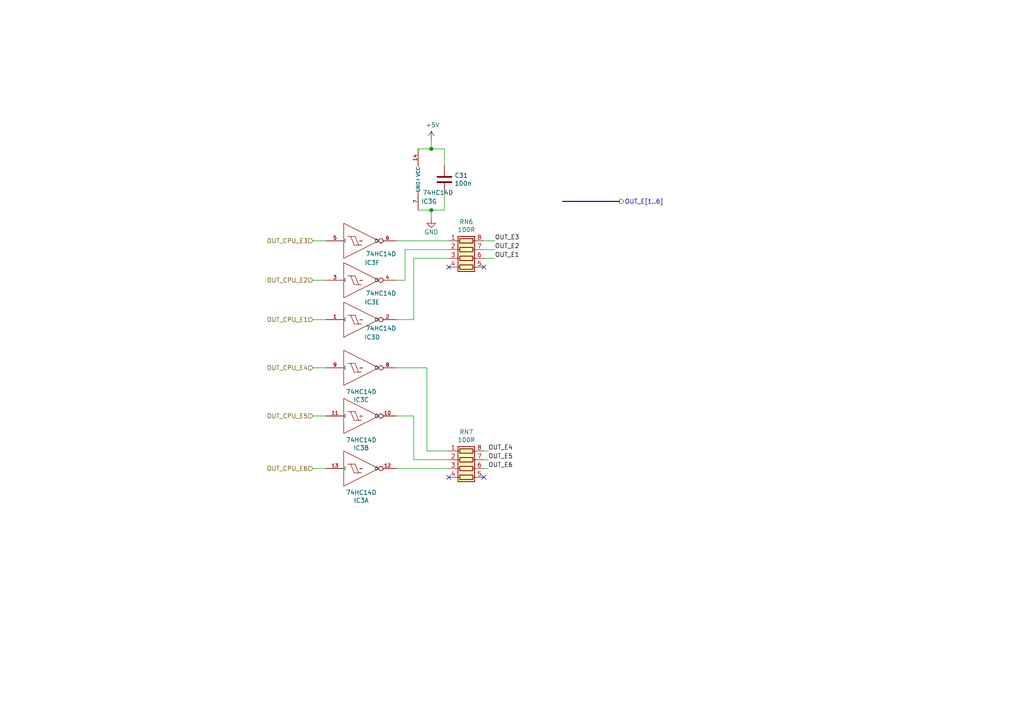
<source format=kicad_sch>
(kicad_sch (version 20201015) (generator eeschema)
  (paper "A4")
  (title_block (title "Uni printer") (date "2020-04-30") (rev "2.0") (company "Kartech") (comment 1 "jaroslaw.karwik@gmail.com"))
  (lib_symbols
    (symbol "Uni_Printer-rescue:+5V-mfc_base_lib-Sensor_tank_v1-rescue-Uni_General_v1-rescue-Uni_Printer_v1-rescue" (power) (pin_names (offset 0))
      (property "Value" "+5V-mfc_base_lib-Sensor_tank_v1-rescue-Uni_General_v1-rescue-Uni_Printer_v1-rescue" (at 0 3.556 0))
      (symbol "+5V-mfc_base_lib-Sensor_tank_v1-rescue-Uni_General_v1-rescue-Uni_Printer_v1-rescue_0_1"
        (polyline (pts (xy -0.762 1.27) (xy 0 2.54)))
        (polyline (pts (xy 0 0) (xy 0 2.54)))
        (polyline (pts (xy 0 2.54) (xy 0.762 1.27)))
      )
      (symbol "+5V-mfc_base_lib-Sensor_tank_v1-rescue-Uni_General_v1-rescue-Uni_Printer_v1-rescue_1_1"
        (pin power_in line (at 0 0 90) (length 0) hide (name "+5V") (number "1"))
      )
    )
    (symbol "Uni_Printer-rescue:74*14-step2cnc-Uni_Printer_v1-rescue" (pin_names (offset 0.0254))
      (property "Reference" "IC" (at 1.27 3.175 0))
      (property "Value" "74*14-step2cnc-Uni_Printer_v1-rescue" (at 1.27 -5.08 0))
      (symbol "74*14-step2cnc-Uni_Printer_v1-rescue_1_0"
        (polyline (pts (xy -5.08 -5.08) (xy -5.08 5.08)))
        (polyline (pts (xy -5.08 5.08) (xy 5.08 0)))
        (polyline (pts (xy -3.937 1.27) (xy -3.048 1.27)))
        (polyline (pts (xy -3.048 1.27) (xy -1.778 1.27)))
        (polyline (pts (xy -2.032 -1.27) (xy -3.048 1.27)))
        (polyline (pts (xy -2.032 -1.27) (xy -0.762 -1.27)))
        (polyline (pts (xy -0.762 -1.27) (xy -1.778 1.27)))
        (polyline (pts (xy -0.762 -1.27) (xy 0.127 -1.27)))
        (polyline (pts (xy 5.08 0) (xy -5.08 -5.08)))
      )
      (symbol "74*14-step2cnc-Uni_Printer_v1-rescue_1_1"
        (pin output inverted (at 10.16 0 180) (length 5.08) (name "O") (number "12"))
        (pin input line (at -10.16 0 0) (length 5.08) (name "I") (number "13"))
      )
      (symbol "74*14-step2cnc-Uni_Printer_v1-rescue_2_0"
        (polyline (pts (xy -5.08 -5.08) (xy -5.08 5.08)))
        (polyline (pts (xy -5.08 5.08) (xy 5.08 0)))
        (polyline (pts (xy -3.937 1.27) (xy -3.048 1.27)))
        (polyline (pts (xy -3.048 1.27) (xy -1.778 1.27)))
        (polyline (pts (xy -2.032 -1.27) (xy -3.048 1.27)))
        (polyline (pts (xy -2.032 -1.27) (xy -0.762 -1.27)))
        (polyline (pts (xy -0.762 -1.27) (xy -1.778 1.27)))
        (polyline (pts (xy -0.762 -1.27) (xy 0.127 -1.27)))
        (polyline (pts (xy 5.08 0) (xy -5.08 -5.08)))
      )
      (symbol "74*14-step2cnc-Uni_Printer_v1-rescue_2_1"
        (pin output inverted (at 10.16 0 180) (length 5.08) (name "O") (number "10"))
        (pin input line (at -10.16 0 0) (length 5.08) (name "I") (number "11"))
      )
      (symbol "74*14-step2cnc-Uni_Printer_v1-rescue_3_0"
        (polyline (pts (xy -5.08 -5.08) (xy -5.08 5.08)))
        (polyline (pts (xy -5.08 5.08) (xy 5.08 0)))
        (polyline (pts (xy -3.937 1.27) (xy -3.048 1.27)))
        (polyline (pts (xy -3.048 1.27) (xy -1.778 1.27)))
        (polyline (pts (xy -2.032 -1.27) (xy -3.048 1.27)))
        (polyline (pts (xy -2.032 -1.27) (xy -0.762 -1.27)))
        (polyline (pts (xy -0.762 -1.27) (xy -1.778 1.27)))
        (polyline (pts (xy -0.762 -1.27) (xy 0.127 -1.27)))
        (polyline (pts (xy 5.08 0) (xy -5.08 -5.08)))
      )
      (symbol "74*14-step2cnc-Uni_Printer_v1-rescue_3_1"
        (pin output inverted (at 10.16 0 180) (length 5.08) (name "O") (number "8"))
        (pin input line (at -10.16 0 0) (length 5.08) (name "I") (number "9"))
      )
      (symbol "74*14-step2cnc-Uni_Printer_v1-rescue_4_0"
        (polyline (pts (xy -5.08 -5.08) (xy -5.08 5.08)))
        (polyline (pts (xy -5.08 5.08) (xy 5.08 0)))
        (polyline (pts (xy -3.937 1.27) (xy -3.048 1.27)))
        (polyline (pts (xy -3.048 1.27) (xy -1.778 1.27)))
        (polyline (pts (xy -2.032 -1.27) (xy -3.048 1.27)))
        (polyline (pts (xy -2.032 -1.27) (xy -0.762 -1.27)))
        (polyline (pts (xy -0.762 -1.27) (xy -1.778 1.27)))
        (polyline (pts (xy -0.762 -1.27) (xy 0.127 -1.27)))
        (polyline (pts (xy 5.08 0) (xy -5.08 -5.08)))
      )
      (symbol "74*14-step2cnc-Uni_Printer_v1-rescue_4_1"
        (pin input line (at -10.16 0 0) (length 5.08) (name "I") (number "1"))
        (pin output inverted (at 10.16 0 180) (length 5.08) (name "O") (number "2"))
      )
      (symbol "74*14-step2cnc-Uni_Printer_v1-rescue_5_0"
        (polyline (pts (xy -5.08 -5.08) (xy -5.08 5.08)))
        (polyline (pts (xy -5.08 5.08) (xy 5.08 0)))
        (polyline (pts (xy -3.937 1.27) (xy -3.048 1.27)))
        (polyline (pts (xy -3.048 1.27) (xy -1.778 1.27)))
        (polyline (pts (xy -2.032 -1.27) (xy -3.048 1.27)))
        (polyline (pts (xy -2.032 -1.27) (xy -0.762 -1.27)))
        (polyline (pts (xy -0.762 -1.27) (xy -1.778 1.27)))
        (polyline (pts (xy -0.762 -1.27) (xy 0.127 -1.27)))
        (polyline (pts (xy 5.08 0) (xy -5.08 -5.08)))
      )
      (symbol "74*14-step2cnc-Uni_Printer_v1-rescue_5_1"
        (pin input line (at -10.16 0 0) (length 5.08) (name "I") (number "3"))
        (pin output inverted (at 10.16 0 180) (length 5.08) (name "O") (number "4"))
      )
      (symbol "74*14-step2cnc-Uni_Printer_v1-rescue_6_0"
        (polyline (pts (xy -5.08 -5.08) (xy -5.08 5.08)))
        (polyline (pts (xy -5.08 5.08) (xy 5.08 0)))
        (polyline (pts (xy -3.937 1.27) (xy -3.048 1.27)))
        (polyline (pts (xy -3.048 1.27) (xy -1.778 1.27)))
        (polyline (pts (xy -2.032 -1.27) (xy -3.048 1.27)))
        (polyline (pts (xy -2.032 -1.27) (xy -0.762 -1.27)))
        (polyline (pts (xy -0.762 -1.27) (xy -1.778 1.27)))
        (polyline (pts (xy -0.762 -1.27) (xy 0.127 -1.27)))
        (polyline (pts (xy 5.08 0) (xy -5.08 -5.08)))
      )
      (symbol "74*14-step2cnc-Uni_Printer_v1-rescue_6_1"
        (pin input line (at -10.16 0 0) (length 5.08) (name "I") (number "5"))
        (pin output inverted (at 10.16 0 180) (length 5.08) (name "O") (number "6"))
      )
      (symbol "74*14-step2cnc-Uni_Printer_v1-rescue_7_1"
        (pin power_in line (at 0 8.89 270) (length 5.08) (name "VCC") (number "14"))
        (pin power_in line (at 0 -8.89 90) (length 5.08) (name "GND") (number "7"))
      )
    )
    (symbol "Uni_Printer-rescue:C-Device" (pin_numbers hide) (pin_names (offset 0.254))
      (property "Reference" "C" (at 0.635 2.54 0))
      (property "Value" "C-Device" (at 0.635 -2.54 0))
      (symbol "C-Device_0_1"
        (polyline (pts (xy -2.032 -0.762) (xy 2.032 -0.762)) (stroke (width 0.508)))
        (polyline (pts (xy -2.032 0.762) (xy 2.032 0.762)) (stroke (width 0.508)))
      )
      (symbol "C-Device_1_1"
        (pin passive line (at 0 3.81 270) (length 2.794) (name "~") (number "1"))
        (pin passive line (at 0 -3.81 90) (length 2.794) (name "~") (number "2"))
      )
    )
    (symbol "Uni_Printer-rescue:GND-Sensor_tank_v1-rescue-Uni_General_v1-rescue-Uni_Printer_v1-rescue" (power) (pin_names (offset 0))
      (property "Value" "GND-Sensor_tank_v1-rescue-Uni_General_v1-rescue-Uni_Printer_v1-rescue" (at 0 -3.81 0))
      (symbol "GND-Sensor_tank_v1-rescue-Uni_General_v1-rescue-Uni_Printer_v1-rescue_0_1"
        (polyline (pts (xy 0 0) (xy 0 -1.27) (xy 1.27 -1.27) (xy 0 -2.54) (xy -1.27 -1.27) (xy 0 -1.27)))
      )
      (symbol "GND-Sensor_tank_v1-rescue-Uni_General_v1-rescue-Uni_Printer_v1-rescue_1_1"
        (pin power_in line (at 0 0 270) (length 0) hide (name "GND") (number "1"))
      )
    )
    (symbol "Uni_Printer-rescue:R_Pack04-Device" (pin_names (offset 0) hide)
      (property "Reference" "RN" (at -7.62 0 90))
      (property "Value" "R_Pack04-Device" (at 5.08 0 90))
      (symbol "R_Pack04-Device_0_1"
        (rectangle (start -5.715 1.905) (end -4.445 -1.905) (stroke (width 0.254)))
        (rectangle (start -3.175 1.905) (end -1.905 -1.905) (stroke (width 0.254)))
        (rectangle (start -0.635 1.905) (end 0.635 -1.905) (stroke (width 0.254)))
        (rectangle (start 1.905 1.905) (end 3.175 -1.905) (stroke (width 0.254)))
        (rectangle (start -6.35 -2.413) (end 3.81 2.413) (stroke (width 0.254)) (fill (type background)))
        (polyline (pts (xy -5.08 -2.54) (xy -5.08 -1.905)))
        (polyline (pts (xy -5.08 1.905) (xy -5.08 2.54)))
        (polyline (pts (xy -2.54 -2.54) (xy -2.54 -1.905)))
        (polyline (pts (xy -2.54 1.905) (xy -2.54 2.54)))
        (polyline (pts (xy 0 -2.54) (xy 0 -1.905)))
        (polyline (pts (xy 0 1.905) (xy 0 2.54)))
        (polyline (pts (xy 2.54 -2.54) (xy 2.54 -1.905)))
        (polyline (pts (xy 2.54 1.905) (xy 2.54 2.54)))
      )
      (symbol "R_Pack04-Device_1_1"
        (pin passive line (at -5.08 -5.08 90) (length 2.54) (name "R1.1") (number "1"))
        (pin passive line (at -2.54 -5.08 90) (length 2.54) (name "R2.1") (number "2"))
        (pin passive line (at 0 -5.08 90) (length 2.54) (name "R3.1") (number "3"))
        (pin passive line (at 2.54 -5.08 90) (length 2.54) (name "R4.1") (number "4"))
        (pin passive line (at 2.54 5.08 270) (length 2.54) (name "R4.2") (number "5"))
        (pin passive line (at 0 5.08 270) (length 2.54) (name "R3.2") (number "6"))
        (pin passive line (at -2.54 5.08 270) (length 2.54) (name "R2.2") (number "7"))
        (pin passive line (at -5.08 5.08 270) (length 2.54) (name "R1.2") (number "8"))
      )
    )
  )
  (junction (at 125.095 43.18) (diameter 1.016))
  (junction (at 125.095 60.96) (diameter 1.016))
  (no_connect (at 130.175 77.47))
  (no_connect (at 140.335 138.43))
  (no_connect (at 130.175 138.43))
  (no_connect (at 140.335 77.47))
  (wire (pts (xy 90.805 69.85) (xy 94.615 69.85)))
  (wire (pts (xy 90.805 81.28) (xy 94.615 81.28)))
  (wire (pts (xy 90.805 92.71) (xy 94.615 92.71)))
  (wire (pts (xy 90.805 106.68) (xy 94.615 106.68)))
  (wire (pts (xy 90.805 120.65) (xy 94.615 120.65)))
  (wire (pts (xy 90.805 135.89) (xy 94.615 135.89)))
  (wire (pts (xy 114.935 69.85) (xy 130.175 69.85)))
  (wire (pts (xy 114.935 135.89) (xy 130.175 135.89)))
  (wire (pts (xy 117.475 72.39) (xy 117.475 81.28)))
  (wire (pts (xy 117.475 81.28) (xy 114.935 81.28)))
  (wire (pts (xy 120.015 74.93) (xy 120.015 92.71)))
  (wire (pts (xy 120.015 92.71) (xy 114.935 92.71)))
  (wire (pts (xy 120.015 120.65) (xy 114.935 120.65)))
  (wire (pts (xy 120.015 133.35) (xy 120.015 120.65)))
  (wire (pts (xy 121.285 43.18) (xy 125.095 43.18)))
  (wire (pts (xy 121.285 60.96) (xy 125.095 60.96)))
  (wire (pts (xy 123.825 106.68) (xy 114.935 106.68)))
  (wire (pts (xy 123.825 130.81) (xy 123.825 106.68)))
  (wire (pts (xy 123.825 130.81) (xy 130.175 130.81)))
  (wire (pts (xy 125.095 40.64) (xy 125.095 43.18)))
  (wire (pts (xy 125.095 43.18) (xy 128.905 43.18)))
  (wire (pts (xy 125.095 60.96) (xy 125.095 63.5)))
  (wire (pts (xy 125.095 60.96) (xy 128.905 60.96)))
  (wire (pts (xy 128.905 43.18) (xy 128.905 48.26)))
  (wire (pts (xy 128.905 60.96) (xy 128.905 55.88)))
  (wire (pts (xy 130.175 72.39) (xy 117.475 72.39)))
  (wire (pts (xy 130.175 74.93) (xy 120.015 74.93)))
  (wire (pts (xy 130.175 133.35) (xy 120.015 133.35)))
  (wire (pts (xy 140.335 69.85) (xy 143.51 69.85)))
  (wire (pts (xy 140.335 72.39) (xy 143.51 72.39)))
  (wire (pts (xy 140.335 74.93) (xy 143.51 74.93)))
  (wire (pts (xy 140.335 130.81) (xy 141.605 130.81)))
  (wire (pts (xy 140.335 133.35) (xy 141.605 133.35)))
  (wire (pts (xy 140.335 135.89) (xy 141.605 135.89)))
  (bus (pts (xy 163.195 58.42) (xy 179.705 58.42)))
  (label "OUT_E4" (at 141.605 130.81 0))
  (label "OUT_E5" (at 141.605 133.35 0))
  (label "OUT_E6" (at 141.605 135.89 0))
  (label "OUT_E3" (at 143.51 69.85 0))
  (label "OUT_E2" (at 143.51 72.39 0))
  (label "OUT_E1" (at 143.51 74.93 0))
  (hierarchical_label "OUT_CPU_E3" (shape input) (at 90.805 69.85 180))
  (hierarchical_label "OUT_CPU_E2" (shape input) (at 90.805 81.28 180))
  (hierarchical_label "OUT_CPU_E1" (shape input) (at 90.805 92.71 180))
  (hierarchical_label "OUT_CPU_E4" (shape input) (at 90.805 106.68 180))
  (hierarchical_label "OUT_CPU_E5" (shape input) (at 90.805 120.65 180))
  (hierarchical_label "OUT_CPU_E6" (shape input) (at 90.805 135.89 180))
  (hierarchical_label "OUT_E[1..6]" (shape output) (at 179.705 58.42 0))
  (symbol (lib_id "Uni_Printer-rescue:+5V-mfc_base_lib-Sensor_tank_v1-rescue-Uni_General_v1-rescue-Uni_Printer_v1-rescue") (at 125.095 40.64 0) (unit 1)
    (property "Reference" "#PWR0116" (effects hide))
    (property "Value" "+5V" (at 125.476 36.2458 0))
  )
  (symbol (lib_id "Uni_Printer-rescue:GND-Sensor_tank_v1-rescue-Uni_General_v1-rescue-Uni_Printer_v1-rescue") (at 125.095 63.5 0) (unit 1)
    (property "Reference" "#PWR0117" (effects hide))
    (property "Value" "GND" (at 125.095 67.31 0))
  )
  (symbol (lib_id "Uni_Printer-rescue:74*14-step2cnc-Uni_Printer_v1-rescue") (at 121.285 52.07 0) (unit 7)
    (property "Reference" "IC3" (at 124.46 58.42 0))
    (property "Value" "74HC14D" (at 127 55.88 0))
    (property "Footprint" "moje:SO14" (effects hide))
    (property "Datasheet" "~" (at 121.285 52.07 0) (effects (font (size 1.524 1.524))))
  )
  (symbol (lib_id "Uni_Printer-rescue:C-Device") (at 128.905 52.07 0) (unit 1)
    (property "Reference" "C31" (at 131.826 50.9016 0) (effects (justify left)))
    (property "Value" "100n" (at 131.826 53.213 0) (effects (justify left)))
    (property "Footprint" "Capacitor_SMD:C_0603_1608Metric" (effects hide))
  )
  (symbol (lib_id "Uni_Printer-rescue:R_Pack04-Device") (at 135.255 74.93 270) (unit 1)
    (property "Reference" "RN6" (at 135.255 64.3382 90))
    (property "Value" "100R" (at 135.255 66.6496 90))
    (property "Footprint" "moje:R_Array_Convex_4x0603" (effects hide))
  )
  (symbol (lib_id "Uni_Printer-rescue:R_Pack04-Device") (at 135.255 135.89 270) (unit 1)
    (property "Reference" "RN7" (at 135.255 125.2982 90))
    (property "Value" "100R" (at 135.255 127.6096 90))
    (property "Footprint" "moje:R_Array_Convex_4x0603" (effects hide))
  )
  (symbol (lib_id "Uni_Printer-rescue:74*14-step2cnc-Uni_Printer_v1-rescue") (at 104.775 69.85 0) (unit 6)
    (property "Reference" "IC3" (at 107.95 76.2 0))
    (property "Value" "74HC14D" (at 110.49 73.66 0))
    (property "Footprint" "moje:SO14" (effects hide))
    (property "Datasheet" "~" (at 104.775 69.85 0) (effects (font (size 1.524 1.524))))
  )
  (symbol (lib_id "Uni_Printer-rescue:74*14-step2cnc-Uni_Printer_v1-rescue") (at 104.775 81.28 0) (unit 5)
    (property "Reference" "IC3" (at 107.95 87.63 0))
    (property "Value" "74HC14D" (at 110.49 85.09 0))
    (property "Footprint" "moje:SO14" (effects hide))
    (property "Datasheet" "~" (at 104.775 81.28 0) (effects (font (size 1.524 1.524))))
  )
  (symbol (lib_id "Uni_Printer-rescue:74*14-step2cnc-Uni_Printer_v1-rescue") (at 104.775 92.71 0) (unit 4)
    (property "Reference" "IC3" (at 107.95 97.79 0))
    (property "Value" "74HC14D" (at 110.49 95.25 0))
    (property "Footprint" "moje:SO14" (effects hide))
    (property "Datasheet" "~" (at 104.775 92.71 0) (effects (font (size 1.524 1.524))))
  )
  (symbol (lib_id "Uni_Printer-rescue:74*14-step2cnc-Uni_Printer_v1-rescue") (at 104.775 106.68 0) (unit 3)
    (property "Reference" "IC3" (at 104.775 115.951 0))
    (property "Value" "74HC14D" (at 104.775 113.6396 0))
    (property "Footprint" "moje:SO14" (effects hide))
    (property "Datasheet" "~" (at 104.775 106.68 0) (effects (font (size 1.524 1.524))))
  )
  (symbol (lib_id "Uni_Printer-rescue:74*14-step2cnc-Uni_Printer_v1-rescue") (at 104.775 120.65 0) (unit 2)
    (property "Reference" "IC3" (at 104.775 129.921 0))
    (property "Value" "74HC14D" (at 104.775 127.6096 0))
    (property "Footprint" "moje:SO14" (effects hide))
    (property "Datasheet" "~" (at 104.775 120.65 0) (effects (font (size 1.524 1.524))))
  )
  (symbol (lib_id "Uni_Printer-rescue:74*14-step2cnc-Uni_Printer_v1-rescue") (at 104.775 135.89 0) (unit 1)
    (property "Reference" "IC3" (at 104.775 145.161 0))
    (property "Value" "74HC14D" (at 104.775 142.8496 0))
    (property "Footprint" "moje:SO14" (effects hide))
    (property "Datasheet" "~" (at 104.775 135.89 0) (effects (font (size 1.524 1.524))))
  )
)
</source>
